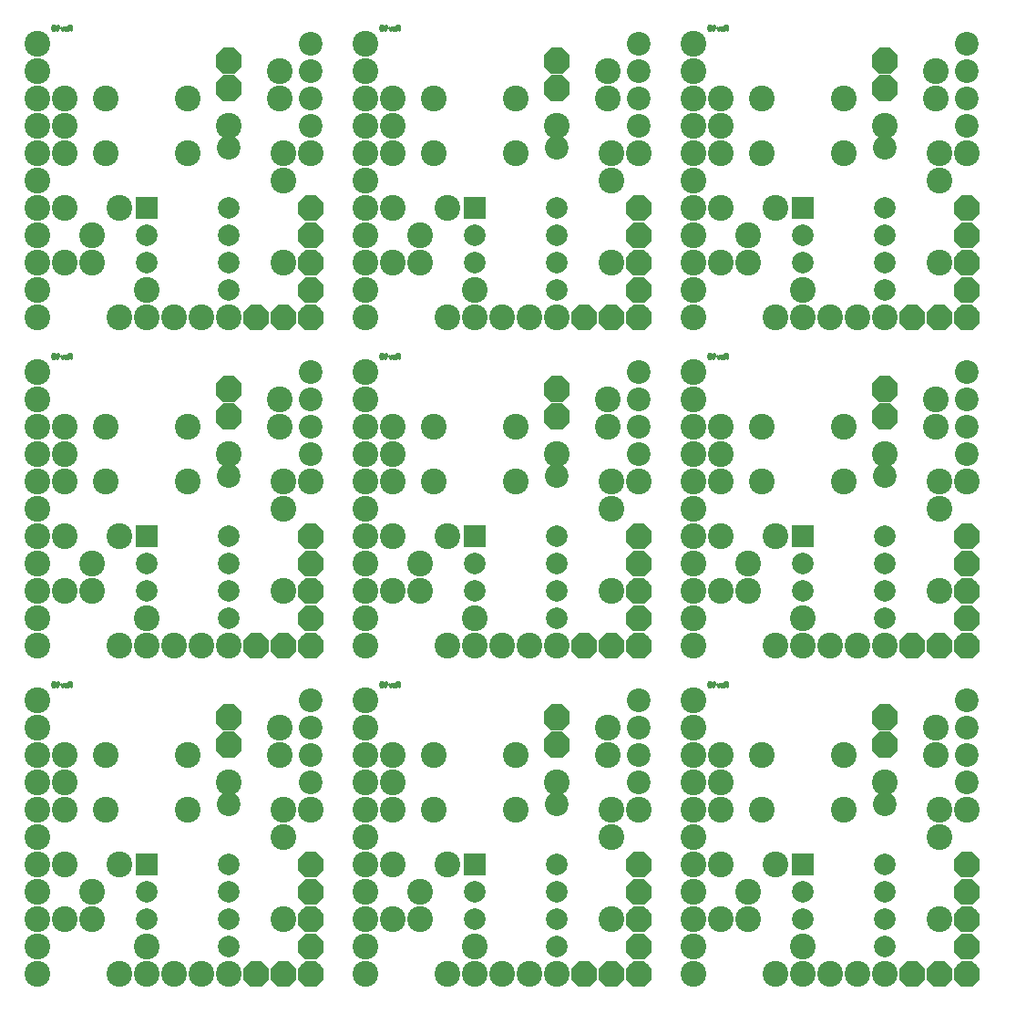
<source format=gbr>
%FSLAX34Y34*%
%MOMM*%
%LNSOLDERMASK_BOTTOM*%
G71*
G01*
%ADD10C, 2.000*%
%ADD11C, 2.200*%
%ADD12C, 2.400*%
%ADD13C, 2.400*%
%ADD14C, 0.256*%
%LPD*%
G36*
X143350Y825975D02*
X143350Y805975D01*
X123350Y805975D01*
X123350Y825975D01*
X143350Y825975D01*
G37*
X133350Y790575D02*
G54D10*
D03*
X133350Y765175D02*
G54D10*
D03*
X133350Y739775D02*
G54D10*
D03*
X209550Y739775D02*
G54D10*
D03*
X209550Y765175D02*
G54D10*
D03*
X209550Y790575D02*
G54D10*
D03*
X209550Y815975D02*
G54D10*
D03*
X209550Y892175D02*
G54D11*
D03*
X209550Y872175D02*
G54D11*
D03*
X57150Y917575D02*
G54D12*
D03*
X57150Y892175D02*
G54D12*
D03*
X82550Y790575D02*
G54D12*
D03*
X107950Y815975D02*
G54D12*
D03*
X57150Y815975D02*
G54D12*
D03*
X95250Y866775D02*
G54D13*
D03*
X171450Y866775D02*
G54D13*
D03*
X95250Y917575D02*
G54D13*
D03*
X171450Y917575D02*
G54D13*
D03*
X31750Y714375D02*
G54D13*
D03*
X31750Y739775D02*
G54D13*
D03*
X31750Y815975D02*
G54D13*
D03*
X31750Y841375D02*
G54D13*
D03*
X31750Y892175D02*
G54D13*
D03*
X31750Y917575D02*
G54D13*
D03*
X31750Y942975D02*
G54D13*
D03*
X31750Y968375D02*
G54D13*
D03*
X184150Y714375D02*
G54D12*
D03*
X209550Y714375D02*
G54D12*
D03*
G36*
X222950Y719355D02*
X229970Y726375D01*
X239930Y726375D01*
X246950Y719355D01*
X246950Y709395D01*
X239930Y702375D01*
X229970Y702375D01*
X222950Y709395D01*
X222950Y719355D01*
G37*
G36*
X248350Y719355D02*
X255370Y726375D01*
X265330Y726375D01*
X272350Y719355D01*
X272350Y709395D01*
X265330Y702375D01*
X255370Y702375D01*
X248350Y709395D01*
X248350Y719355D01*
G37*
G36*
X273750Y719355D02*
X280770Y726375D01*
X290730Y726375D01*
X297750Y719355D01*
X297750Y709395D01*
X290730Y702375D01*
X280770Y702375D01*
X273750Y709395D01*
X273750Y719355D01*
G37*
G36*
X273750Y744755D02*
X280770Y751775D01*
X290730Y751775D01*
X297750Y744755D01*
X297750Y734795D01*
X290730Y727775D01*
X280770Y727775D01*
X273750Y734795D01*
X273750Y744755D01*
G37*
G36*
X273750Y770155D02*
X280770Y777175D01*
X290730Y777175D01*
X297750Y770155D01*
X297750Y760195D01*
X290730Y753175D01*
X280770Y753175D01*
X273750Y760195D01*
X273750Y770155D01*
G37*
G36*
X273750Y795555D02*
X280770Y802575D01*
X290730Y802575D01*
X297750Y795555D01*
X297750Y785595D01*
X290730Y778575D01*
X280770Y778575D01*
X273750Y785595D01*
X273750Y795555D01*
G37*
G36*
X273750Y820955D02*
X280770Y827975D01*
X290730Y827975D01*
X297750Y820955D01*
X297750Y810995D01*
X290730Y803975D01*
X280770Y803975D01*
X273750Y810995D01*
X273750Y820955D01*
G37*
X57150Y866775D02*
G54D12*
D03*
X31750Y866775D02*
G54D12*
D03*
X260350Y841375D02*
G54D12*
D03*
X260350Y765175D02*
G54D12*
D03*
X31750Y765175D02*
G54D13*
D03*
X31750Y714375D02*
G54D13*
D03*
X31750Y815975D02*
G54D13*
D03*
X31750Y917575D02*
G54D13*
D03*
X95250Y917575D02*
G54D13*
D03*
X171450Y917575D02*
G54D13*
D03*
X107950Y815975D02*
G54D13*
D03*
X57150Y917575D02*
G54D13*
D03*
X133350Y739775D02*
G54D13*
D03*
X285750Y714375D02*
G54D13*
D03*
X285750Y765175D02*
G54D13*
D03*
X209550Y892175D02*
G54D13*
D03*
X57150Y765175D02*
G54D12*
D03*
X82550Y765175D02*
G54D12*
D03*
X31750Y790575D02*
G54D13*
D03*
X133350Y714375D02*
G54D13*
D03*
X158750Y714375D02*
G54D13*
D03*
X107950Y714375D02*
G54D13*
D03*
G36*
X214530Y939100D02*
X221550Y932080D01*
X221550Y922120D01*
X214530Y915100D01*
X204570Y915100D01*
X197550Y922120D01*
X197550Y932080D01*
X204570Y939100D01*
X214530Y939100D01*
G37*
G36*
X214530Y964500D02*
X221550Y957480D01*
X221550Y947520D01*
X214530Y940500D01*
X204570Y940500D01*
X197550Y947520D01*
X197550Y957480D01*
X204570Y964500D01*
X214530Y964500D01*
G37*
G54D14*
X62167Y983297D02*
X61167Y982742D01*
X60833Y982186D01*
X60833Y981075D01*
G54D14*
X63500Y981075D02*
X63500Y985519D01*
X61833Y985519D01*
X61167Y985242D01*
X60833Y984686D01*
X60833Y984131D01*
X61167Y983575D01*
X61833Y983297D01*
X63500Y983297D01*
G54D14*
X57611Y981353D02*
X58144Y981075D01*
X58811Y981075D01*
X59478Y981353D01*
X59611Y981908D01*
X59611Y982853D01*
X59278Y983408D01*
X58611Y983575D01*
X57944Y983408D01*
X57611Y983019D01*
X57611Y982464D01*
X59611Y982464D01*
G54D14*
X56389Y983575D02*
X55056Y981075D01*
X53722Y983575D01*
G54D14*
X52500Y983853D02*
X50833Y985519D01*
X50833Y981075D01*
G54D14*
X49611Y981075D02*
X49611Y981075D01*
G54D14*
X45722Y984686D02*
X45722Y981908D01*
X46056Y981353D01*
X46722Y981075D01*
X47389Y981075D01*
X48056Y981353D01*
X48389Y981908D01*
X48389Y984686D01*
X48056Y985242D01*
X47389Y985519D01*
X46722Y985519D01*
X46056Y985242D01*
X45722Y984686D01*
X285750Y917575D02*
G54D11*
D03*
X285750Y892175D02*
G54D11*
D03*
X285750Y968375D02*
G54D11*
D03*
X285750Y942975D02*
G54D11*
D03*
X285750Y968375D02*
G54D11*
D03*
X257175Y917575D02*
G54D12*
D03*
X257175Y942975D02*
G54D12*
D03*
X285750Y917575D02*
G54D11*
D03*
X260350Y866775D02*
G54D12*
D03*
X285750Y866775D02*
G54D12*
D03*
G36*
X448150Y825975D02*
X448150Y805975D01*
X428150Y805975D01*
X428150Y825975D01*
X448150Y825975D01*
G37*
X438150Y790575D02*
G54D10*
D03*
X438150Y765175D02*
G54D10*
D03*
X438150Y739775D02*
G54D10*
D03*
X514350Y739775D02*
G54D10*
D03*
X514350Y765175D02*
G54D10*
D03*
X514350Y790575D02*
G54D10*
D03*
X514350Y815975D02*
G54D10*
D03*
X514350Y892175D02*
G54D11*
D03*
X514350Y872175D02*
G54D11*
D03*
X361950Y917575D02*
G54D12*
D03*
X361950Y892175D02*
G54D12*
D03*
X387350Y790575D02*
G54D12*
D03*
X412750Y815975D02*
G54D12*
D03*
X361950Y815975D02*
G54D12*
D03*
X400050Y866775D02*
G54D13*
D03*
X476250Y866775D02*
G54D13*
D03*
X400050Y917575D02*
G54D13*
D03*
X476250Y917575D02*
G54D13*
D03*
X336550Y714375D02*
G54D13*
D03*
X336550Y739775D02*
G54D13*
D03*
X336550Y815975D02*
G54D13*
D03*
X336550Y841375D02*
G54D13*
D03*
X336550Y892175D02*
G54D13*
D03*
X336550Y917575D02*
G54D13*
D03*
X336550Y942975D02*
G54D13*
D03*
X336550Y968375D02*
G54D13*
D03*
X488950Y714375D02*
G54D12*
D03*
X514350Y714375D02*
G54D12*
D03*
G36*
X527750Y719355D02*
X534770Y726375D01*
X544730Y726375D01*
X551750Y719355D01*
X551750Y709395D01*
X544730Y702375D01*
X534770Y702375D01*
X527750Y709395D01*
X527750Y719355D01*
G37*
G36*
X553150Y719355D02*
X560170Y726375D01*
X570130Y726375D01*
X577150Y719355D01*
X577150Y709395D01*
X570130Y702375D01*
X560170Y702375D01*
X553150Y709395D01*
X553150Y719355D01*
G37*
G36*
X578550Y719355D02*
X585570Y726375D01*
X595530Y726375D01*
X602550Y719355D01*
X602550Y709395D01*
X595530Y702375D01*
X585570Y702375D01*
X578550Y709395D01*
X578550Y719355D01*
G37*
G36*
X578550Y744755D02*
X585570Y751775D01*
X595530Y751775D01*
X602550Y744755D01*
X602550Y734795D01*
X595530Y727775D01*
X585570Y727775D01*
X578550Y734795D01*
X578550Y744755D01*
G37*
G36*
X578550Y770155D02*
X585570Y777175D01*
X595530Y777175D01*
X602550Y770155D01*
X602550Y760195D01*
X595530Y753175D01*
X585570Y753175D01*
X578550Y760195D01*
X578550Y770155D01*
G37*
G36*
X578550Y795555D02*
X585570Y802575D01*
X595530Y802575D01*
X602550Y795555D01*
X602550Y785595D01*
X595530Y778575D01*
X585570Y778575D01*
X578550Y785595D01*
X578550Y795555D01*
G37*
G36*
X578550Y820955D02*
X585570Y827975D01*
X595530Y827975D01*
X602550Y820955D01*
X602550Y810995D01*
X595530Y803975D01*
X585570Y803975D01*
X578550Y810995D01*
X578550Y820955D01*
G37*
X361950Y866775D02*
G54D12*
D03*
X336550Y866775D02*
G54D12*
D03*
X565150Y841375D02*
G54D12*
D03*
X565150Y765175D02*
G54D12*
D03*
X336550Y765175D02*
G54D13*
D03*
X336550Y714375D02*
G54D13*
D03*
X336550Y815975D02*
G54D13*
D03*
X336550Y917575D02*
G54D13*
D03*
X400050Y917575D02*
G54D13*
D03*
X476250Y917575D02*
G54D13*
D03*
X412750Y815975D02*
G54D13*
D03*
X361950Y917575D02*
G54D13*
D03*
X438150Y739775D02*
G54D13*
D03*
X590550Y714375D02*
G54D13*
D03*
X590550Y765175D02*
G54D13*
D03*
X514350Y892175D02*
G54D13*
D03*
X361950Y765175D02*
G54D12*
D03*
X387350Y765175D02*
G54D12*
D03*
X336550Y790575D02*
G54D13*
D03*
X438150Y714375D02*
G54D13*
D03*
X463550Y714375D02*
G54D13*
D03*
X412750Y714375D02*
G54D13*
D03*
G36*
X519330Y939100D02*
X526350Y932080D01*
X526350Y922120D01*
X519330Y915100D01*
X509370Y915100D01*
X502350Y922120D01*
X502350Y932080D01*
X509370Y939100D01*
X519330Y939100D01*
G37*
G36*
X519330Y964500D02*
X526350Y957480D01*
X526350Y947520D01*
X519330Y940500D01*
X509370Y940500D01*
X502350Y947520D01*
X502350Y957480D01*
X509370Y964500D01*
X519330Y964500D01*
G37*
G54D14*
X366967Y983297D02*
X365967Y982742D01*
X365633Y982186D01*
X365633Y981075D01*
G54D14*
X368300Y981075D02*
X368300Y985519D01*
X366633Y985519D01*
X365967Y985242D01*
X365633Y984686D01*
X365633Y984131D01*
X365967Y983575D01*
X366633Y983297D01*
X368300Y983297D01*
G54D14*
X362411Y981353D02*
X362944Y981075D01*
X363611Y981075D01*
X364278Y981353D01*
X364411Y981908D01*
X364411Y982853D01*
X364078Y983408D01*
X363411Y983575D01*
X362744Y983408D01*
X362411Y983019D01*
X362411Y982464D01*
X364411Y982464D01*
G54D14*
X361189Y983575D02*
X359856Y981075D01*
X358522Y983575D01*
G54D14*
X357300Y983853D02*
X355633Y985519D01*
X355633Y981075D01*
G54D14*
X354411Y981075D02*
X354411Y981075D01*
G54D14*
X350522Y984686D02*
X350522Y981908D01*
X350856Y981353D01*
X351522Y981075D01*
X352189Y981075D01*
X352856Y981353D01*
X353189Y981908D01*
X353189Y984686D01*
X352856Y985242D01*
X352189Y985519D01*
X351522Y985519D01*
X350856Y985242D01*
X350522Y984686D01*
X590550Y917575D02*
G54D11*
D03*
X590550Y892175D02*
G54D11*
D03*
X590550Y968375D02*
G54D11*
D03*
X590550Y942975D02*
G54D11*
D03*
X590550Y968375D02*
G54D11*
D03*
X561975Y917575D02*
G54D12*
D03*
X561975Y942975D02*
G54D12*
D03*
X590550Y917575D02*
G54D11*
D03*
X565150Y866775D02*
G54D12*
D03*
X590550Y866775D02*
G54D12*
D03*
G36*
X752950Y825975D02*
X752950Y805975D01*
X732950Y805975D01*
X732950Y825975D01*
X752950Y825975D01*
G37*
X742950Y790575D02*
G54D10*
D03*
X742950Y765175D02*
G54D10*
D03*
X742950Y739775D02*
G54D10*
D03*
X819150Y739775D02*
G54D10*
D03*
X819150Y765175D02*
G54D10*
D03*
X819150Y790575D02*
G54D10*
D03*
X819150Y815975D02*
G54D10*
D03*
X819150Y892175D02*
G54D11*
D03*
X819150Y872175D02*
G54D11*
D03*
X666750Y917575D02*
G54D12*
D03*
X666750Y892175D02*
G54D12*
D03*
X692150Y790575D02*
G54D12*
D03*
X717550Y815975D02*
G54D12*
D03*
X666750Y815975D02*
G54D12*
D03*
X704850Y866775D02*
G54D13*
D03*
X781050Y866775D02*
G54D13*
D03*
X704850Y917575D02*
G54D13*
D03*
X781050Y917575D02*
G54D13*
D03*
X641350Y714375D02*
G54D13*
D03*
X641350Y739775D02*
G54D13*
D03*
X641350Y815975D02*
G54D13*
D03*
X641350Y841375D02*
G54D13*
D03*
X641350Y892175D02*
G54D13*
D03*
X641350Y917575D02*
G54D13*
D03*
X641350Y942975D02*
G54D13*
D03*
X641350Y968375D02*
G54D13*
D03*
X793750Y714375D02*
G54D12*
D03*
X819150Y714375D02*
G54D12*
D03*
G36*
X832550Y719355D02*
X839570Y726375D01*
X849530Y726375D01*
X856550Y719355D01*
X856550Y709395D01*
X849530Y702375D01*
X839570Y702375D01*
X832550Y709395D01*
X832550Y719355D01*
G37*
G36*
X857950Y719355D02*
X864970Y726375D01*
X874930Y726375D01*
X881950Y719355D01*
X881950Y709395D01*
X874930Y702375D01*
X864970Y702375D01*
X857950Y709395D01*
X857950Y719355D01*
G37*
G36*
X883350Y719355D02*
X890370Y726375D01*
X900330Y726375D01*
X907350Y719355D01*
X907350Y709395D01*
X900330Y702375D01*
X890370Y702375D01*
X883350Y709395D01*
X883350Y719355D01*
G37*
G36*
X883350Y744755D02*
X890370Y751775D01*
X900330Y751775D01*
X907350Y744755D01*
X907350Y734795D01*
X900330Y727775D01*
X890370Y727775D01*
X883350Y734795D01*
X883350Y744755D01*
G37*
G36*
X883350Y770155D02*
X890370Y777175D01*
X900330Y777175D01*
X907350Y770155D01*
X907350Y760195D01*
X900330Y753175D01*
X890370Y753175D01*
X883350Y760195D01*
X883350Y770155D01*
G37*
G36*
X883350Y795555D02*
X890370Y802575D01*
X900330Y802575D01*
X907350Y795555D01*
X907350Y785595D01*
X900330Y778575D01*
X890370Y778575D01*
X883350Y785595D01*
X883350Y795555D01*
G37*
G36*
X883350Y820955D02*
X890370Y827975D01*
X900330Y827975D01*
X907350Y820955D01*
X907350Y810995D01*
X900330Y803975D01*
X890370Y803975D01*
X883350Y810995D01*
X883350Y820955D01*
G37*
X666750Y866775D02*
G54D12*
D03*
X641350Y866775D02*
G54D12*
D03*
X869950Y841375D02*
G54D12*
D03*
X869950Y765175D02*
G54D12*
D03*
X641350Y765175D02*
G54D13*
D03*
X641350Y714375D02*
G54D13*
D03*
X641350Y815975D02*
G54D13*
D03*
X641350Y917575D02*
G54D13*
D03*
X704850Y917575D02*
G54D13*
D03*
X781050Y917575D02*
G54D13*
D03*
X717550Y815975D02*
G54D13*
D03*
X666750Y917575D02*
G54D13*
D03*
X742950Y739775D02*
G54D13*
D03*
X895350Y714375D02*
G54D13*
D03*
X895350Y765175D02*
G54D13*
D03*
X819150Y892175D02*
G54D13*
D03*
X666750Y765175D02*
G54D12*
D03*
X692150Y765175D02*
G54D12*
D03*
X641350Y790575D02*
G54D13*
D03*
X742950Y714375D02*
G54D13*
D03*
X768350Y714375D02*
G54D13*
D03*
X717550Y714375D02*
G54D13*
D03*
G36*
X824130Y939100D02*
X831150Y932080D01*
X831150Y922120D01*
X824130Y915100D01*
X814170Y915100D01*
X807150Y922120D01*
X807150Y932080D01*
X814170Y939100D01*
X824130Y939100D01*
G37*
G36*
X824130Y964500D02*
X831150Y957480D01*
X831150Y947520D01*
X824130Y940500D01*
X814170Y940500D01*
X807150Y947520D01*
X807150Y957480D01*
X814170Y964500D01*
X824130Y964500D01*
G37*
G54D14*
X671767Y983297D02*
X670767Y982742D01*
X670433Y982186D01*
X670433Y981075D01*
G54D14*
X673100Y981075D02*
X673100Y985519D01*
X671433Y985519D01*
X670767Y985242D01*
X670433Y984686D01*
X670433Y984131D01*
X670767Y983575D01*
X671433Y983297D01*
X673100Y983297D01*
G54D14*
X667211Y981353D02*
X667744Y981075D01*
X668411Y981075D01*
X669078Y981353D01*
X669211Y981908D01*
X669211Y982853D01*
X668878Y983408D01*
X668211Y983575D01*
X667544Y983408D01*
X667211Y983019D01*
X667211Y982464D01*
X669211Y982464D01*
G54D14*
X665989Y983575D02*
X664656Y981075D01*
X663322Y983575D01*
G54D14*
X662100Y983853D02*
X660433Y985519D01*
X660433Y981075D01*
G54D14*
X659211Y981075D02*
X659211Y981075D01*
G54D14*
X655322Y984686D02*
X655322Y981908D01*
X655656Y981353D01*
X656322Y981075D01*
X656989Y981075D01*
X657656Y981353D01*
X657989Y981908D01*
X657989Y984686D01*
X657656Y985242D01*
X656989Y985519D01*
X656322Y985519D01*
X655656Y985242D01*
X655322Y984686D01*
X895350Y917575D02*
G54D11*
D03*
X895350Y892175D02*
G54D11*
D03*
X895350Y968375D02*
G54D11*
D03*
X895350Y942975D02*
G54D11*
D03*
X895350Y968375D02*
G54D11*
D03*
X866775Y917575D02*
G54D12*
D03*
X866775Y942975D02*
G54D12*
D03*
X895350Y917575D02*
G54D11*
D03*
X869950Y866775D02*
G54D12*
D03*
X895350Y866775D02*
G54D12*
D03*
G36*
X143350Y521175D02*
X143350Y501175D01*
X123350Y501175D01*
X123350Y521175D01*
X143350Y521175D01*
G37*
X133350Y485775D02*
G54D10*
D03*
X133350Y460375D02*
G54D10*
D03*
X133350Y434975D02*
G54D10*
D03*
X209550Y434975D02*
G54D10*
D03*
X209550Y460375D02*
G54D10*
D03*
X209550Y485775D02*
G54D10*
D03*
X209550Y511175D02*
G54D10*
D03*
X209550Y587375D02*
G54D11*
D03*
X209550Y567375D02*
G54D11*
D03*
X57150Y612775D02*
G54D12*
D03*
X57150Y587375D02*
G54D12*
D03*
X82550Y485775D02*
G54D12*
D03*
X107950Y511175D02*
G54D12*
D03*
X57150Y511175D02*
G54D12*
D03*
X95250Y561975D02*
G54D13*
D03*
X171450Y561975D02*
G54D13*
D03*
X95250Y612775D02*
G54D13*
D03*
X171450Y612775D02*
G54D13*
D03*
X31750Y409575D02*
G54D13*
D03*
X31750Y434975D02*
G54D13*
D03*
X31750Y511175D02*
G54D13*
D03*
X31750Y536575D02*
G54D13*
D03*
X31750Y587375D02*
G54D13*
D03*
X31750Y612775D02*
G54D13*
D03*
X31750Y638175D02*
G54D13*
D03*
X31750Y663575D02*
G54D13*
D03*
X184150Y409575D02*
G54D12*
D03*
X209550Y409575D02*
G54D12*
D03*
G36*
X222950Y414555D02*
X229970Y421575D01*
X239930Y421575D01*
X246950Y414555D01*
X246950Y404595D01*
X239930Y397575D01*
X229970Y397575D01*
X222950Y404595D01*
X222950Y414555D01*
G37*
G36*
X248350Y414555D02*
X255370Y421575D01*
X265330Y421575D01*
X272350Y414555D01*
X272350Y404595D01*
X265330Y397575D01*
X255370Y397575D01*
X248350Y404595D01*
X248350Y414555D01*
G37*
G36*
X273750Y414555D02*
X280770Y421575D01*
X290730Y421575D01*
X297750Y414555D01*
X297750Y404595D01*
X290730Y397575D01*
X280770Y397575D01*
X273750Y404595D01*
X273750Y414555D01*
G37*
G36*
X273750Y439955D02*
X280770Y446975D01*
X290730Y446975D01*
X297750Y439955D01*
X297750Y429995D01*
X290730Y422975D01*
X280770Y422975D01*
X273750Y429995D01*
X273750Y439955D01*
G37*
G36*
X273750Y465355D02*
X280770Y472375D01*
X290730Y472375D01*
X297750Y465355D01*
X297750Y455395D01*
X290730Y448375D01*
X280770Y448375D01*
X273750Y455395D01*
X273750Y465355D01*
G37*
G36*
X273750Y490755D02*
X280770Y497775D01*
X290730Y497775D01*
X297750Y490755D01*
X297750Y480795D01*
X290730Y473775D01*
X280770Y473775D01*
X273750Y480795D01*
X273750Y490755D01*
G37*
G36*
X273750Y516155D02*
X280770Y523175D01*
X290730Y523175D01*
X297750Y516155D01*
X297750Y506195D01*
X290730Y499175D01*
X280770Y499175D01*
X273750Y506195D01*
X273750Y516155D01*
G37*
X57150Y561975D02*
G54D12*
D03*
X31750Y561975D02*
G54D12*
D03*
X260350Y536575D02*
G54D12*
D03*
X260350Y460375D02*
G54D12*
D03*
X31750Y460375D02*
G54D13*
D03*
X31750Y409575D02*
G54D13*
D03*
X31750Y511175D02*
G54D13*
D03*
X31750Y612775D02*
G54D13*
D03*
X95250Y612775D02*
G54D13*
D03*
X171450Y612775D02*
G54D13*
D03*
X107950Y511175D02*
G54D13*
D03*
X57150Y612775D02*
G54D13*
D03*
X133350Y434975D02*
G54D13*
D03*
X285750Y409575D02*
G54D13*
D03*
X285750Y460375D02*
G54D13*
D03*
X209550Y587375D02*
G54D13*
D03*
X57150Y460375D02*
G54D12*
D03*
X82550Y460375D02*
G54D12*
D03*
X31750Y485775D02*
G54D13*
D03*
X133350Y409575D02*
G54D13*
D03*
X158750Y409575D02*
G54D13*
D03*
X107950Y409575D02*
G54D13*
D03*
G36*
X214530Y634300D02*
X221550Y627280D01*
X221550Y617320D01*
X214530Y610300D01*
X204570Y610300D01*
X197550Y617320D01*
X197550Y627280D01*
X204570Y634300D01*
X214530Y634300D01*
G37*
G36*
X214530Y659700D02*
X221550Y652680D01*
X221550Y642720D01*
X214530Y635700D01*
X204570Y635700D01*
X197550Y642720D01*
X197550Y652680D01*
X204570Y659700D01*
X214530Y659700D01*
G37*
G54D14*
X62167Y678497D02*
X61167Y677942D01*
X60833Y677386D01*
X60833Y676275D01*
G54D14*
X63500Y676275D02*
X63500Y680719D01*
X61833Y680719D01*
X61167Y680442D01*
X60833Y679886D01*
X60833Y679331D01*
X61167Y678775D01*
X61833Y678497D01*
X63500Y678497D01*
G54D14*
X57611Y676553D02*
X58144Y676275D01*
X58811Y676275D01*
X59478Y676553D01*
X59611Y677108D01*
X59611Y678053D01*
X59278Y678608D01*
X58611Y678775D01*
X57944Y678608D01*
X57611Y678219D01*
X57611Y677664D01*
X59611Y677664D01*
G54D14*
X56389Y678775D02*
X55056Y676275D01*
X53722Y678775D01*
G54D14*
X52500Y679053D02*
X50833Y680719D01*
X50833Y676275D01*
G54D14*
X49611Y676275D02*
X49611Y676275D01*
G54D14*
X45722Y679886D02*
X45722Y677108D01*
X46056Y676553D01*
X46722Y676275D01*
X47389Y676275D01*
X48056Y676553D01*
X48389Y677108D01*
X48389Y679886D01*
X48056Y680442D01*
X47389Y680719D01*
X46722Y680719D01*
X46056Y680442D01*
X45722Y679886D01*
X285750Y612775D02*
G54D11*
D03*
X285750Y587375D02*
G54D11*
D03*
X285750Y663575D02*
G54D11*
D03*
X285750Y638175D02*
G54D11*
D03*
X285750Y663575D02*
G54D11*
D03*
X257175Y612775D02*
G54D12*
D03*
X257175Y638175D02*
G54D12*
D03*
X285750Y612775D02*
G54D11*
D03*
X260350Y561975D02*
G54D12*
D03*
X285750Y561975D02*
G54D12*
D03*
G36*
X448150Y521175D02*
X448150Y501175D01*
X428150Y501175D01*
X428150Y521175D01*
X448150Y521175D01*
G37*
X438150Y485775D02*
G54D10*
D03*
X438150Y460375D02*
G54D10*
D03*
X438150Y434975D02*
G54D10*
D03*
X514350Y434975D02*
G54D10*
D03*
X514350Y460375D02*
G54D10*
D03*
X514350Y485775D02*
G54D10*
D03*
X514350Y511175D02*
G54D10*
D03*
X514350Y587375D02*
G54D11*
D03*
X514350Y567375D02*
G54D11*
D03*
X361950Y612775D02*
G54D12*
D03*
X361950Y587375D02*
G54D12*
D03*
X387350Y485775D02*
G54D12*
D03*
X412750Y511175D02*
G54D12*
D03*
X361950Y511175D02*
G54D12*
D03*
X400050Y561975D02*
G54D13*
D03*
X476250Y561975D02*
G54D13*
D03*
X400050Y612775D02*
G54D13*
D03*
X476250Y612775D02*
G54D13*
D03*
X336550Y409575D02*
G54D13*
D03*
X336550Y434975D02*
G54D13*
D03*
X336550Y511175D02*
G54D13*
D03*
X336550Y536575D02*
G54D13*
D03*
X336550Y587375D02*
G54D13*
D03*
X336550Y612775D02*
G54D13*
D03*
X336550Y638175D02*
G54D13*
D03*
X336550Y663575D02*
G54D13*
D03*
X488950Y409575D02*
G54D12*
D03*
X514350Y409575D02*
G54D12*
D03*
G36*
X527750Y414555D02*
X534770Y421575D01*
X544730Y421575D01*
X551750Y414555D01*
X551750Y404595D01*
X544730Y397575D01*
X534770Y397575D01*
X527750Y404595D01*
X527750Y414555D01*
G37*
G36*
X553150Y414555D02*
X560170Y421575D01*
X570130Y421575D01*
X577150Y414555D01*
X577150Y404595D01*
X570130Y397575D01*
X560170Y397575D01*
X553150Y404595D01*
X553150Y414555D01*
G37*
G36*
X578550Y414555D02*
X585570Y421575D01*
X595530Y421575D01*
X602550Y414555D01*
X602550Y404595D01*
X595530Y397575D01*
X585570Y397575D01*
X578550Y404595D01*
X578550Y414555D01*
G37*
G36*
X578550Y439955D02*
X585570Y446975D01*
X595530Y446975D01*
X602550Y439955D01*
X602550Y429995D01*
X595530Y422975D01*
X585570Y422975D01*
X578550Y429995D01*
X578550Y439955D01*
G37*
G36*
X578550Y465355D02*
X585570Y472375D01*
X595530Y472375D01*
X602550Y465355D01*
X602550Y455395D01*
X595530Y448375D01*
X585570Y448375D01*
X578550Y455395D01*
X578550Y465355D01*
G37*
G36*
X578550Y490755D02*
X585570Y497775D01*
X595530Y497775D01*
X602550Y490755D01*
X602550Y480795D01*
X595530Y473775D01*
X585570Y473775D01*
X578550Y480795D01*
X578550Y490755D01*
G37*
G36*
X578550Y516155D02*
X585570Y523175D01*
X595530Y523175D01*
X602550Y516155D01*
X602550Y506195D01*
X595530Y499175D01*
X585570Y499175D01*
X578550Y506195D01*
X578550Y516155D01*
G37*
X361950Y561975D02*
G54D12*
D03*
X336550Y561975D02*
G54D12*
D03*
X565150Y536575D02*
G54D12*
D03*
X565150Y460375D02*
G54D12*
D03*
X336550Y460375D02*
G54D13*
D03*
X336550Y409575D02*
G54D13*
D03*
X336550Y511175D02*
G54D13*
D03*
X336550Y612775D02*
G54D13*
D03*
X400050Y612775D02*
G54D13*
D03*
X476250Y612775D02*
G54D13*
D03*
X412750Y511175D02*
G54D13*
D03*
X361950Y612775D02*
G54D13*
D03*
X438150Y434975D02*
G54D13*
D03*
X590550Y409575D02*
G54D13*
D03*
X590550Y460375D02*
G54D13*
D03*
X514350Y587375D02*
G54D13*
D03*
X361950Y460375D02*
G54D12*
D03*
X387350Y460375D02*
G54D12*
D03*
X336550Y485775D02*
G54D13*
D03*
X438150Y409575D02*
G54D13*
D03*
X463550Y409575D02*
G54D13*
D03*
X412750Y409575D02*
G54D13*
D03*
G36*
X519330Y634300D02*
X526350Y627280D01*
X526350Y617320D01*
X519330Y610300D01*
X509370Y610300D01*
X502350Y617320D01*
X502350Y627280D01*
X509370Y634300D01*
X519330Y634300D01*
G37*
G36*
X519330Y659700D02*
X526350Y652680D01*
X526350Y642720D01*
X519330Y635700D01*
X509370Y635700D01*
X502350Y642720D01*
X502350Y652680D01*
X509370Y659700D01*
X519330Y659700D01*
G37*
G54D14*
X366967Y678497D02*
X365967Y677942D01*
X365633Y677386D01*
X365633Y676275D01*
G54D14*
X368300Y676275D02*
X368300Y680719D01*
X366633Y680719D01*
X365967Y680442D01*
X365633Y679886D01*
X365633Y679331D01*
X365967Y678775D01*
X366633Y678497D01*
X368300Y678497D01*
G54D14*
X362411Y676553D02*
X362944Y676275D01*
X363611Y676275D01*
X364278Y676553D01*
X364411Y677108D01*
X364411Y678053D01*
X364078Y678608D01*
X363411Y678775D01*
X362744Y678608D01*
X362411Y678219D01*
X362411Y677664D01*
X364411Y677664D01*
G54D14*
X361189Y678775D02*
X359856Y676275D01*
X358522Y678775D01*
G54D14*
X357300Y679053D02*
X355633Y680719D01*
X355633Y676275D01*
G54D14*
X354411Y676275D02*
X354411Y676275D01*
G54D14*
X350522Y679886D02*
X350522Y677108D01*
X350856Y676553D01*
X351522Y676275D01*
X352189Y676275D01*
X352856Y676553D01*
X353189Y677108D01*
X353189Y679886D01*
X352856Y680442D01*
X352189Y680719D01*
X351522Y680719D01*
X350856Y680442D01*
X350522Y679886D01*
X590550Y612775D02*
G54D11*
D03*
X590550Y587375D02*
G54D11*
D03*
X590550Y663575D02*
G54D11*
D03*
X590550Y638175D02*
G54D11*
D03*
X590550Y663575D02*
G54D11*
D03*
X561975Y612775D02*
G54D12*
D03*
X561975Y638175D02*
G54D12*
D03*
X590550Y612775D02*
G54D11*
D03*
X565150Y561975D02*
G54D12*
D03*
X590550Y561975D02*
G54D12*
D03*
G36*
X752950Y521175D02*
X752950Y501175D01*
X732950Y501175D01*
X732950Y521175D01*
X752950Y521175D01*
G37*
X742950Y485775D02*
G54D10*
D03*
X742950Y460375D02*
G54D10*
D03*
X742950Y434975D02*
G54D10*
D03*
X819150Y434975D02*
G54D10*
D03*
X819150Y460375D02*
G54D10*
D03*
X819150Y485775D02*
G54D10*
D03*
X819150Y511175D02*
G54D10*
D03*
X819150Y587375D02*
G54D11*
D03*
X819150Y567375D02*
G54D11*
D03*
X666750Y612775D02*
G54D12*
D03*
X666750Y587375D02*
G54D12*
D03*
X692150Y485775D02*
G54D12*
D03*
X717550Y511175D02*
G54D12*
D03*
X666750Y511175D02*
G54D12*
D03*
X704850Y561975D02*
G54D13*
D03*
X781050Y561975D02*
G54D13*
D03*
X704850Y612775D02*
G54D13*
D03*
X781050Y612775D02*
G54D13*
D03*
X641350Y409575D02*
G54D13*
D03*
X641350Y434975D02*
G54D13*
D03*
X641350Y511175D02*
G54D13*
D03*
X641350Y536575D02*
G54D13*
D03*
X641350Y587375D02*
G54D13*
D03*
X641350Y612775D02*
G54D13*
D03*
X641350Y638175D02*
G54D13*
D03*
X641350Y663575D02*
G54D13*
D03*
X793750Y409575D02*
G54D12*
D03*
X819150Y409575D02*
G54D12*
D03*
G36*
X832550Y414555D02*
X839570Y421575D01*
X849530Y421575D01*
X856550Y414555D01*
X856550Y404595D01*
X849530Y397575D01*
X839570Y397575D01*
X832550Y404595D01*
X832550Y414555D01*
G37*
G36*
X857950Y414555D02*
X864970Y421575D01*
X874930Y421575D01*
X881950Y414555D01*
X881950Y404595D01*
X874930Y397575D01*
X864970Y397575D01*
X857950Y404595D01*
X857950Y414555D01*
G37*
G36*
X883350Y414555D02*
X890370Y421575D01*
X900330Y421575D01*
X907350Y414555D01*
X907350Y404595D01*
X900330Y397575D01*
X890370Y397575D01*
X883350Y404595D01*
X883350Y414555D01*
G37*
G36*
X883350Y439955D02*
X890370Y446975D01*
X900330Y446975D01*
X907350Y439955D01*
X907350Y429995D01*
X900330Y422975D01*
X890370Y422975D01*
X883350Y429995D01*
X883350Y439955D01*
G37*
G36*
X883350Y465355D02*
X890370Y472375D01*
X900330Y472375D01*
X907350Y465355D01*
X907350Y455395D01*
X900330Y448375D01*
X890370Y448375D01*
X883350Y455395D01*
X883350Y465355D01*
G37*
G36*
X883350Y490755D02*
X890370Y497775D01*
X900330Y497775D01*
X907350Y490755D01*
X907350Y480795D01*
X900330Y473775D01*
X890370Y473775D01*
X883350Y480795D01*
X883350Y490755D01*
G37*
G36*
X883350Y516155D02*
X890370Y523175D01*
X900330Y523175D01*
X907350Y516155D01*
X907350Y506195D01*
X900330Y499175D01*
X890370Y499175D01*
X883350Y506195D01*
X883350Y516155D01*
G37*
X666750Y561975D02*
G54D12*
D03*
X641350Y561975D02*
G54D12*
D03*
X869950Y536575D02*
G54D12*
D03*
X869950Y460375D02*
G54D12*
D03*
X641350Y460375D02*
G54D13*
D03*
X641350Y409575D02*
G54D13*
D03*
X641350Y511175D02*
G54D13*
D03*
X641350Y612775D02*
G54D13*
D03*
X704850Y612775D02*
G54D13*
D03*
X781050Y612775D02*
G54D13*
D03*
X717550Y511175D02*
G54D13*
D03*
X666750Y612775D02*
G54D13*
D03*
X742950Y434975D02*
G54D13*
D03*
X895350Y409575D02*
G54D13*
D03*
X895350Y460375D02*
G54D13*
D03*
X819150Y587375D02*
G54D13*
D03*
X666750Y460375D02*
G54D12*
D03*
X692150Y460375D02*
G54D12*
D03*
X641350Y485775D02*
G54D13*
D03*
X742950Y409575D02*
G54D13*
D03*
X768350Y409575D02*
G54D13*
D03*
X717550Y409575D02*
G54D13*
D03*
G36*
X824130Y634300D02*
X831150Y627280D01*
X831150Y617320D01*
X824130Y610300D01*
X814170Y610300D01*
X807150Y617320D01*
X807150Y627280D01*
X814170Y634300D01*
X824130Y634300D01*
G37*
G36*
X824130Y659700D02*
X831150Y652680D01*
X831150Y642720D01*
X824130Y635700D01*
X814170Y635700D01*
X807150Y642720D01*
X807150Y652680D01*
X814170Y659700D01*
X824130Y659700D01*
G37*
G54D14*
X671767Y678497D02*
X670767Y677942D01*
X670433Y677386D01*
X670433Y676275D01*
G54D14*
X673100Y676275D02*
X673100Y680719D01*
X671433Y680719D01*
X670767Y680442D01*
X670433Y679886D01*
X670433Y679331D01*
X670767Y678775D01*
X671433Y678497D01*
X673100Y678497D01*
G54D14*
X667211Y676553D02*
X667744Y676275D01*
X668411Y676275D01*
X669078Y676553D01*
X669211Y677108D01*
X669211Y678053D01*
X668878Y678608D01*
X668211Y678775D01*
X667544Y678608D01*
X667211Y678219D01*
X667211Y677664D01*
X669211Y677664D01*
G54D14*
X665989Y678775D02*
X664656Y676275D01*
X663322Y678775D01*
G54D14*
X662100Y679053D02*
X660433Y680719D01*
X660433Y676275D01*
G54D14*
X659211Y676275D02*
X659211Y676275D01*
G54D14*
X655322Y679886D02*
X655322Y677108D01*
X655656Y676553D01*
X656322Y676275D01*
X656989Y676275D01*
X657656Y676553D01*
X657989Y677108D01*
X657989Y679886D01*
X657656Y680442D01*
X656989Y680719D01*
X656322Y680719D01*
X655656Y680442D01*
X655322Y679886D01*
X895350Y612775D02*
G54D11*
D03*
X895350Y587375D02*
G54D11*
D03*
X895350Y663575D02*
G54D11*
D03*
X895350Y638175D02*
G54D11*
D03*
X895350Y663575D02*
G54D11*
D03*
X866775Y612775D02*
G54D12*
D03*
X866775Y638175D02*
G54D12*
D03*
X895350Y612775D02*
G54D11*
D03*
X869950Y561975D02*
G54D12*
D03*
X895350Y561975D02*
G54D12*
D03*
G36*
X143350Y216375D02*
X143350Y196375D01*
X123350Y196375D01*
X123350Y216375D01*
X143350Y216375D01*
G37*
X133350Y180975D02*
G54D10*
D03*
X133350Y155575D02*
G54D10*
D03*
X133350Y130175D02*
G54D10*
D03*
X209550Y130175D02*
G54D10*
D03*
X209550Y155575D02*
G54D10*
D03*
X209550Y180975D02*
G54D10*
D03*
X209550Y206375D02*
G54D10*
D03*
X209550Y282575D02*
G54D11*
D03*
X209550Y262575D02*
G54D11*
D03*
X57150Y307975D02*
G54D12*
D03*
X57150Y282575D02*
G54D12*
D03*
X82550Y180975D02*
G54D12*
D03*
X107950Y206375D02*
G54D12*
D03*
X57150Y206375D02*
G54D12*
D03*
X95250Y257175D02*
G54D13*
D03*
X171450Y257175D02*
G54D13*
D03*
X95250Y307975D02*
G54D13*
D03*
X171450Y307975D02*
G54D13*
D03*
X31750Y104775D02*
G54D13*
D03*
X31750Y130175D02*
G54D13*
D03*
X31750Y206375D02*
G54D13*
D03*
X31750Y231775D02*
G54D13*
D03*
X31750Y282575D02*
G54D13*
D03*
X31750Y307975D02*
G54D13*
D03*
X31750Y333375D02*
G54D13*
D03*
X31750Y358775D02*
G54D13*
D03*
X184150Y104775D02*
G54D12*
D03*
X209550Y104775D02*
G54D12*
D03*
G36*
X222950Y109755D02*
X229970Y116775D01*
X239930Y116775D01*
X246950Y109755D01*
X246950Y99795D01*
X239930Y92775D01*
X229970Y92775D01*
X222950Y99795D01*
X222950Y109755D01*
G37*
G36*
X248350Y109755D02*
X255370Y116775D01*
X265330Y116775D01*
X272350Y109755D01*
X272350Y99795D01*
X265330Y92775D01*
X255370Y92775D01*
X248350Y99795D01*
X248350Y109755D01*
G37*
G36*
X273750Y109755D02*
X280770Y116775D01*
X290730Y116775D01*
X297750Y109755D01*
X297750Y99795D01*
X290730Y92775D01*
X280770Y92775D01*
X273750Y99795D01*
X273750Y109755D01*
G37*
G36*
X273750Y135155D02*
X280770Y142175D01*
X290730Y142175D01*
X297750Y135155D01*
X297750Y125195D01*
X290730Y118175D01*
X280770Y118175D01*
X273750Y125195D01*
X273750Y135155D01*
G37*
G36*
X273750Y160555D02*
X280770Y167575D01*
X290730Y167575D01*
X297750Y160555D01*
X297750Y150595D01*
X290730Y143575D01*
X280770Y143575D01*
X273750Y150595D01*
X273750Y160555D01*
G37*
G36*
X273750Y185955D02*
X280770Y192975D01*
X290730Y192975D01*
X297750Y185955D01*
X297750Y175995D01*
X290730Y168975D01*
X280770Y168975D01*
X273750Y175995D01*
X273750Y185955D01*
G37*
G36*
X273750Y211355D02*
X280770Y218375D01*
X290730Y218375D01*
X297750Y211355D01*
X297750Y201395D01*
X290730Y194375D01*
X280770Y194375D01*
X273750Y201395D01*
X273750Y211355D01*
G37*
X57150Y257175D02*
G54D12*
D03*
X31750Y257175D02*
G54D12*
D03*
X260350Y231775D02*
G54D12*
D03*
X260350Y155575D02*
G54D12*
D03*
X31750Y155575D02*
G54D13*
D03*
X31750Y104775D02*
G54D13*
D03*
X31750Y206375D02*
G54D13*
D03*
X31750Y307975D02*
G54D13*
D03*
X95250Y307975D02*
G54D13*
D03*
X171450Y307975D02*
G54D13*
D03*
X107950Y206375D02*
G54D13*
D03*
X57150Y307975D02*
G54D13*
D03*
X133350Y130175D02*
G54D13*
D03*
X285750Y104775D02*
G54D13*
D03*
X285750Y155575D02*
G54D13*
D03*
X209550Y282575D02*
G54D13*
D03*
X57150Y155575D02*
G54D12*
D03*
X82550Y155575D02*
G54D12*
D03*
X31750Y180975D02*
G54D13*
D03*
X133350Y104775D02*
G54D13*
D03*
X158750Y104775D02*
G54D13*
D03*
X107950Y104775D02*
G54D13*
D03*
G36*
X214530Y329500D02*
X221550Y322480D01*
X221550Y312520D01*
X214530Y305500D01*
X204570Y305500D01*
X197550Y312520D01*
X197550Y322480D01*
X204570Y329500D01*
X214530Y329500D01*
G37*
G36*
X214530Y354900D02*
X221550Y347880D01*
X221550Y337920D01*
X214530Y330900D01*
X204570Y330900D01*
X197550Y337920D01*
X197550Y347880D01*
X204570Y354900D01*
X214530Y354900D01*
G37*
G54D14*
X62167Y373697D02*
X61167Y373142D01*
X60833Y372586D01*
X60833Y371475D01*
G54D14*
X63500Y371475D02*
X63500Y375919D01*
X61833Y375919D01*
X61167Y375642D01*
X60833Y375086D01*
X60833Y374531D01*
X61167Y373975D01*
X61833Y373697D01*
X63500Y373697D01*
G54D14*
X57611Y371753D02*
X58144Y371475D01*
X58811Y371475D01*
X59478Y371753D01*
X59611Y372308D01*
X59611Y373253D01*
X59278Y373808D01*
X58611Y373975D01*
X57944Y373808D01*
X57611Y373419D01*
X57611Y372864D01*
X59611Y372864D01*
G54D14*
X56389Y373975D02*
X55056Y371475D01*
X53722Y373975D01*
G54D14*
X52500Y374253D02*
X50833Y375919D01*
X50833Y371475D01*
G54D14*
X49611Y371475D02*
X49611Y371475D01*
G54D14*
X45722Y375086D02*
X45722Y372308D01*
X46056Y371753D01*
X46722Y371475D01*
X47389Y371475D01*
X48056Y371753D01*
X48389Y372308D01*
X48389Y375086D01*
X48056Y375642D01*
X47389Y375919D01*
X46722Y375919D01*
X46056Y375642D01*
X45722Y375086D01*
X285750Y307975D02*
G54D11*
D03*
X285750Y282575D02*
G54D11*
D03*
X285750Y358775D02*
G54D11*
D03*
X285750Y333375D02*
G54D11*
D03*
X285750Y358775D02*
G54D11*
D03*
X257175Y307975D02*
G54D12*
D03*
X257175Y333375D02*
G54D12*
D03*
X285750Y307975D02*
G54D11*
D03*
X260350Y257175D02*
G54D12*
D03*
X285750Y257175D02*
G54D12*
D03*
G36*
X448150Y216375D02*
X448150Y196375D01*
X428150Y196375D01*
X428150Y216375D01*
X448150Y216375D01*
G37*
X438150Y180975D02*
G54D10*
D03*
X438150Y155575D02*
G54D10*
D03*
X438150Y130175D02*
G54D10*
D03*
X514350Y130175D02*
G54D10*
D03*
X514350Y155575D02*
G54D10*
D03*
X514350Y180975D02*
G54D10*
D03*
X514350Y206375D02*
G54D10*
D03*
X514350Y282575D02*
G54D11*
D03*
X514350Y262575D02*
G54D11*
D03*
X361950Y307975D02*
G54D12*
D03*
X361950Y282575D02*
G54D12*
D03*
X387350Y180975D02*
G54D12*
D03*
X412750Y206375D02*
G54D12*
D03*
X361950Y206375D02*
G54D12*
D03*
X400050Y257175D02*
G54D13*
D03*
X476250Y257175D02*
G54D13*
D03*
X400050Y307975D02*
G54D13*
D03*
X476250Y307975D02*
G54D13*
D03*
X336550Y104775D02*
G54D13*
D03*
X336550Y130175D02*
G54D13*
D03*
X336550Y206375D02*
G54D13*
D03*
X336550Y231775D02*
G54D13*
D03*
X336550Y282575D02*
G54D13*
D03*
X336550Y307975D02*
G54D13*
D03*
X336550Y333375D02*
G54D13*
D03*
X336550Y358775D02*
G54D13*
D03*
X488950Y104775D02*
G54D12*
D03*
X514350Y104775D02*
G54D12*
D03*
G36*
X527750Y109755D02*
X534770Y116775D01*
X544730Y116775D01*
X551750Y109755D01*
X551750Y99795D01*
X544730Y92775D01*
X534770Y92775D01*
X527750Y99795D01*
X527750Y109755D01*
G37*
G36*
X553150Y109755D02*
X560170Y116775D01*
X570130Y116775D01*
X577150Y109755D01*
X577150Y99795D01*
X570130Y92775D01*
X560170Y92775D01*
X553150Y99795D01*
X553150Y109755D01*
G37*
G36*
X578550Y109755D02*
X585570Y116775D01*
X595530Y116775D01*
X602550Y109755D01*
X602550Y99795D01*
X595530Y92775D01*
X585570Y92775D01*
X578550Y99795D01*
X578550Y109755D01*
G37*
G36*
X578550Y135155D02*
X585570Y142175D01*
X595530Y142175D01*
X602550Y135155D01*
X602550Y125195D01*
X595530Y118175D01*
X585570Y118175D01*
X578550Y125195D01*
X578550Y135155D01*
G37*
G36*
X578550Y160555D02*
X585570Y167575D01*
X595530Y167575D01*
X602550Y160555D01*
X602550Y150595D01*
X595530Y143575D01*
X585570Y143575D01*
X578550Y150595D01*
X578550Y160555D01*
G37*
G36*
X578550Y185955D02*
X585570Y192975D01*
X595530Y192975D01*
X602550Y185955D01*
X602550Y175995D01*
X595530Y168975D01*
X585570Y168975D01*
X578550Y175995D01*
X578550Y185955D01*
G37*
G36*
X578550Y211355D02*
X585570Y218375D01*
X595530Y218375D01*
X602550Y211355D01*
X602550Y201395D01*
X595530Y194375D01*
X585570Y194375D01*
X578550Y201395D01*
X578550Y211355D01*
G37*
X361950Y257175D02*
G54D12*
D03*
X336550Y257175D02*
G54D12*
D03*
X565150Y231775D02*
G54D12*
D03*
X565150Y155575D02*
G54D12*
D03*
X336550Y155575D02*
G54D13*
D03*
X336550Y104775D02*
G54D13*
D03*
X336550Y206375D02*
G54D13*
D03*
X336550Y307975D02*
G54D13*
D03*
X400050Y307975D02*
G54D13*
D03*
X476250Y307975D02*
G54D13*
D03*
X412750Y206375D02*
G54D13*
D03*
X361950Y307975D02*
G54D13*
D03*
X438150Y130175D02*
G54D13*
D03*
X590550Y104775D02*
G54D13*
D03*
X590550Y155575D02*
G54D13*
D03*
X514350Y282575D02*
G54D13*
D03*
X361950Y155575D02*
G54D12*
D03*
X387350Y155575D02*
G54D12*
D03*
X336550Y180975D02*
G54D13*
D03*
X438150Y104775D02*
G54D13*
D03*
X463550Y104775D02*
G54D13*
D03*
X412750Y104775D02*
G54D13*
D03*
G36*
X519330Y329500D02*
X526350Y322480D01*
X526350Y312520D01*
X519330Y305500D01*
X509370Y305500D01*
X502350Y312520D01*
X502350Y322480D01*
X509370Y329500D01*
X519330Y329500D01*
G37*
G36*
X519330Y354900D02*
X526350Y347880D01*
X526350Y337920D01*
X519330Y330900D01*
X509370Y330900D01*
X502350Y337920D01*
X502350Y347880D01*
X509370Y354900D01*
X519330Y354900D01*
G37*
G54D14*
X366967Y373697D02*
X365967Y373142D01*
X365633Y372586D01*
X365633Y371475D01*
G54D14*
X368300Y371475D02*
X368300Y375919D01*
X366633Y375919D01*
X365967Y375642D01*
X365633Y375086D01*
X365633Y374531D01*
X365967Y373975D01*
X366633Y373697D01*
X368300Y373697D01*
G54D14*
X362411Y371753D02*
X362944Y371475D01*
X363611Y371475D01*
X364278Y371753D01*
X364411Y372308D01*
X364411Y373253D01*
X364078Y373808D01*
X363411Y373975D01*
X362744Y373808D01*
X362411Y373419D01*
X362411Y372864D01*
X364411Y372864D01*
G54D14*
X361189Y373975D02*
X359856Y371475D01*
X358522Y373975D01*
G54D14*
X357300Y374253D02*
X355633Y375919D01*
X355633Y371475D01*
G54D14*
X354411Y371475D02*
X354411Y371475D01*
G54D14*
X350522Y375086D02*
X350522Y372308D01*
X350856Y371753D01*
X351522Y371475D01*
X352189Y371475D01*
X352856Y371753D01*
X353189Y372308D01*
X353189Y375086D01*
X352856Y375642D01*
X352189Y375919D01*
X351522Y375919D01*
X350856Y375642D01*
X350522Y375086D01*
X590550Y307975D02*
G54D11*
D03*
X590550Y282575D02*
G54D11*
D03*
X590550Y358775D02*
G54D11*
D03*
X590550Y333375D02*
G54D11*
D03*
X590550Y358775D02*
G54D11*
D03*
X561975Y307975D02*
G54D12*
D03*
X561975Y333375D02*
G54D12*
D03*
X590550Y307975D02*
G54D11*
D03*
X565150Y257175D02*
G54D12*
D03*
X590550Y257175D02*
G54D12*
D03*
G36*
X752950Y216375D02*
X752950Y196375D01*
X732950Y196375D01*
X732950Y216375D01*
X752950Y216375D01*
G37*
X742950Y180975D02*
G54D10*
D03*
X742950Y155575D02*
G54D10*
D03*
X742950Y130175D02*
G54D10*
D03*
X819150Y130175D02*
G54D10*
D03*
X819150Y155575D02*
G54D10*
D03*
X819150Y180975D02*
G54D10*
D03*
X819150Y206375D02*
G54D10*
D03*
X819150Y282575D02*
G54D11*
D03*
X819150Y262575D02*
G54D11*
D03*
X666750Y307975D02*
G54D12*
D03*
X666750Y282575D02*
G54D12*
D03*
X692150Y180975D02*
G54D12*
D03*
X717550Y206375D02*
G54D12*
D03*
X666750Y206375D02*
G54D12*
D03*
X704850Y257175D02*
G54D13*
D03*
X781050Y257175D02*
G54D13*
D03*
X704850Y307975D02*
G54D13*
D03*
X781050Y307975D02*
G54D13*
D03*
X641350Y104775D02*
G54D13*
D03*
X641350Y130175D02*
G54D13*
D03*
X641350Y206375D02*
G54D13*
D03*
X641350Y231775D02*
G54D13*
D03*
X641350Y282575D02*
G54D13*
D03*
X641350Y307975D02*
G54D13*
D03*
X641350Y333375D02*
G54D13*
D03*
X641350Y358775D02*
G54D13*
D03*
X793750Y104775D02*
G54D12*
D03*
X819150Y104775D02*
G54D12*
D03*
G36*
X832550Y109755D02*
X839570Y116775D01*
X849530Y116775D01*
X856550Y109755D01*
X856550Y99795D01*
X849530Y92775D01*
X839570Y92775D01*
X832550Y99795D01*
X832550Y109755D01*
G37*
G36*
X857950Y109755D02*
X864970Y116775D01*
X874930Y116775D01*
X881950Y109755D01*
X881950Y99795D01*
X874930Y92775D01*
X864970Y92775D01*
X857950Y99795D01*
X857950Y109755D01*
G37*
G36*
X883350Y109755D02*
X890370Y116775D01*
X900330Y116775D01*
X907350Y109755D01*
X907350Y99795D01*
X900330Y92775D01*
X890370Y92775D01*
X883350Y99795D01*
X883350Y109755D01*
G37*
G36*
X883350Y135155D02*
X890370Y142175D01*
X900330Y142175D01*
X907350Y135155D01*
X907350Y125195D01*
X900330Y118175D01*
X890370Y118175D01*
X883350Y125195D01*
X883350Y135155D01*
G37*
G36*
X883350Y160555D02*
X890370Y167575D01*
X900330Y167575D01*
X907350Y160555D01*
X907350Y150595D01*
X900330Y143575D01*
X890370Y143575D01*
X883350Y150595D01*
X883350Y160555D01*
G37*
G36*
X883350Y185955D02*
X890370Y192975D01*
X900330Y192975D01*
X907350Y185955D01*
X907350Y175995D01*
X900330Y168975D01*
X890370Y168975D01*
X883350Y175995D01*
X883350Y185955D01*
G37*
G36*
X883350Y211355D02*
X890370Y218375D01*
X900330Y218375D01*
X907350Y211355D01*
X907350Y201395D01*
X900330Y194375D01*
X890370Y194375D01*
X883350Y201395D01*
X883350Y211355D01*
G37*
X666750Y257175D02*
G54D12*
D03*
X641350Y257175D02*
G54D12*
D03*
X869950Y231775D02*
G54D12*
D03*
X869950Y155575D02*
G54D12*
D03*
X641350Y155575D02*
G54D13*
D03*
X641350Y104775D02*
G54D13*
D03*
X641350Y206375D02*
G54D13*
D03*
X641350Y307975D02*
G54D13*
D03*
X704850Y307975D02*
G54D13*
D03*
X781050Y307975D02*
G54D13*
D03*
X717550Y206375D02*
G54D13*
D03*
X666750Y307975D02*
G54D13*
D03*
X742950Y130175D02*
G54D13*
D03*
X895350Y104775D02*
G54D13*
D03*
X895350Y155575D02*
G54D13*
D03*
X819150Y282575D02*
G54D13*
D03*
X666750Y155575D02*
G54D12*
D03*
X692150Y155575D02*
G54D12*
D03*
X641350Y180975D02*
G54D13*
D03*
X742950Y104775D02*
G54D13*
D03*
X768350Y104775D02*
G54D13*
D03*
X717550Y104775D02*
G54D13*
D03*
G36*
X824130Y329500D02*
X831150Y322480D01*
X831150Y312520D01*
X824130Y305500D01*
X814170Y305500D01*
X807150Y312520D01*
X807150Y322480D01*
X814170Y329500D01*
X824130Y329500D01*
G37*
G36*
X824130Y354900D02*
X831150Y347880D01*
X831150Y337920D01*
X824130Y330900D01*
X814170Y330900D01*
X807150Y337920D01*
X807150Y347880D01*
X814170Y354900D01*
X824130Y354900D01*
G37*
G54D14*
X671767Y373697D02*
X670767Y373142D01*
X670433Y372586D01*
X670433Y371475D01*
G54D14*
X673100Y371475D02*
X673100Y375919D01*
X671433Y375919D01*
X670767Y375642D01*
X670433Y375086D01*
X670433Y374531D01*
X670767Y373975D01*
X671433Y373697D01*
X673100Y373697D01*
G54D14*
X667211Y371753D02*
X667744Y371475D01*
X668411Y371475D01*
X669078Y371753D01*
X669211Y372308D01*
X669211Y373253D01*
X668878Y373808D01*
X668211Y373975D01*
X667544Y373808D01*
X667211Y373419D01*
X667211Y372864D01*
X669211Y372864D01*
G54D14*
X665989Y373975D02*
X664656Y371475D01*
X663322Y373975D01*
G54D14*
X662100Y374253D02*
X660433Y375919D01*
X660433Y371475D01*
G54D14*
X659211Y371475D02*
X659211Y371475D01*
G54D14*
X655322Y375086D02*
X655322Y372308D01*
X655656Y371753D01*
X656322Y371475D01*
X656989Y371475D01*
X657656Y371753D01*
X657989Y372308D01*
X657989Y375086D01*
X657656Y375642D01*
X656989Y375919D01*
X656322Y375919D01*
X655656Y375642D01*
X655322Y375086D01*
X895350Y307975D02*
G54D11*
D03*
X895350Y282575D02*
G54D11*
D03*
X895350Y358775D02*
G54D11*
D03*
X895350Y333375D02*
G54D11*
D03*
X895350Y358775D02*
G54D11*
D03*
X866775Y307975D02*
G54D12*
D03*
X866775Y333375D02*
G54D12*
D03*
X895350Y307975D02*
G54D11*
D03*
X869950Y257175D02*
G54D12*
D03*
X895350Y257175D02*
G54D12*
D03*
M02*

</source>
